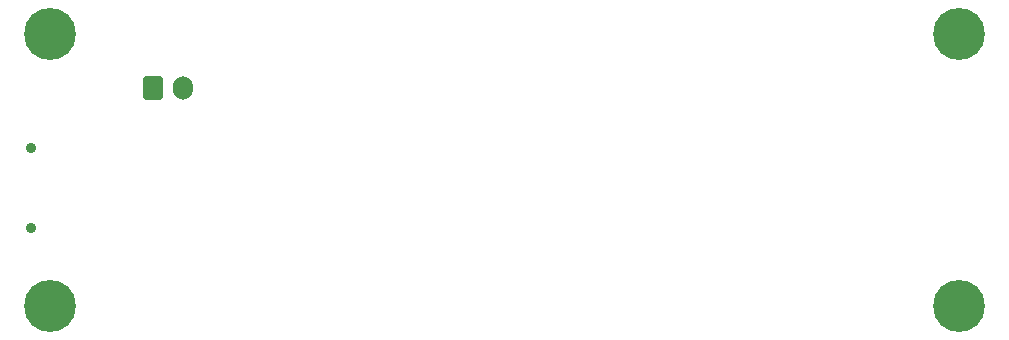
<source format=gbr>
%TF.GenerationSoftware,KiCad,Pcbnew,8.0.7*%
%TF.CreationDate,2025-04-02T16:36:19-05:00*%
%TF.ProjectId,love-letters,6c6f7665-2d6c-4657-9474-6572732e6b69,rev?*%
%TF.SameCoordinates,Original*%
%TF.FileFunction,Soldermask,Bot*%
%TF.FilePolarity,Negative*%
%FSLAX46Y46*%
G04 Gerber Fmt 4.6, Leading zero omitted, Abs format (unit mm)*
G04 Created by KiCad (PCBNEW 8.0.7) date 2025-04-02 16:36:19*
%MOMM*%
%LPD*%
G01*
G04 APERTURE LIST*
G04 Aperture macros list*
%AMRoundRect*
0 Rectangle with rounded corners*
0 $1 Rounding radius*
0 $2 $3 $4 $5 $6 $7 $8 $9 X,Y pos of 4 corners*
0 Add a 4 corners polygon primitive as box body*
4,1,4,$2,$3,$4,$5,$6,$7,$8,$9,$2,$3,0*
0 Add four circle primitives for the rounded corners*
1,1,$1+$1,$2,$3*
1,1,$1+$1,$4,$5*
1,1,$1+$1,$6,$7*
1,1,$1+$1,$8,$9*
0 Add four rect primitives between the rounded corners*
20,1,$1+$1,$2,$3,$4,$5,0*
20,1,$1+$1,$4,$5,$6,$7,0*
20,1,$1+$1,$6,$7,$8,$9,0*
20,1,$1+$1,$8,$9,$2,$3,0*%
G04 Aperture macros list end*
%ADD10C,4.400000*%
%ADD11RoundRect,0.250000X-0.600000X-0.750000X0.600000X-0.750000X0.600000X0.750000X-0.600000X0.750000X0*%
%ADD12O,1.700000X2.000000*%
%ADD13C,0.900000*%
G04 APERTURE END LIST*
D10*
%TO.C,H3*%
X118000000Y-70000000D03*
%TD*%
%TO.C,H4*%
X118000000Y-47000000D03*
%TD*%
%TO.C,H1*%
X41000000Y-47000000D03*
%TD*%
D11*
%TO.C,J2*%
X49750000Y-51532500D03*
D12*
X52250000Y-51532500D03*
%TD*%
D13*
%TO.C,SW1*%
X39400000Y-56600000D03*
X39400000Y-63400000D03*
%TD*%
D10*
%TO.C,H2*%
X41000000Y-70000000D03*
%TD*%
M02*

</source>
